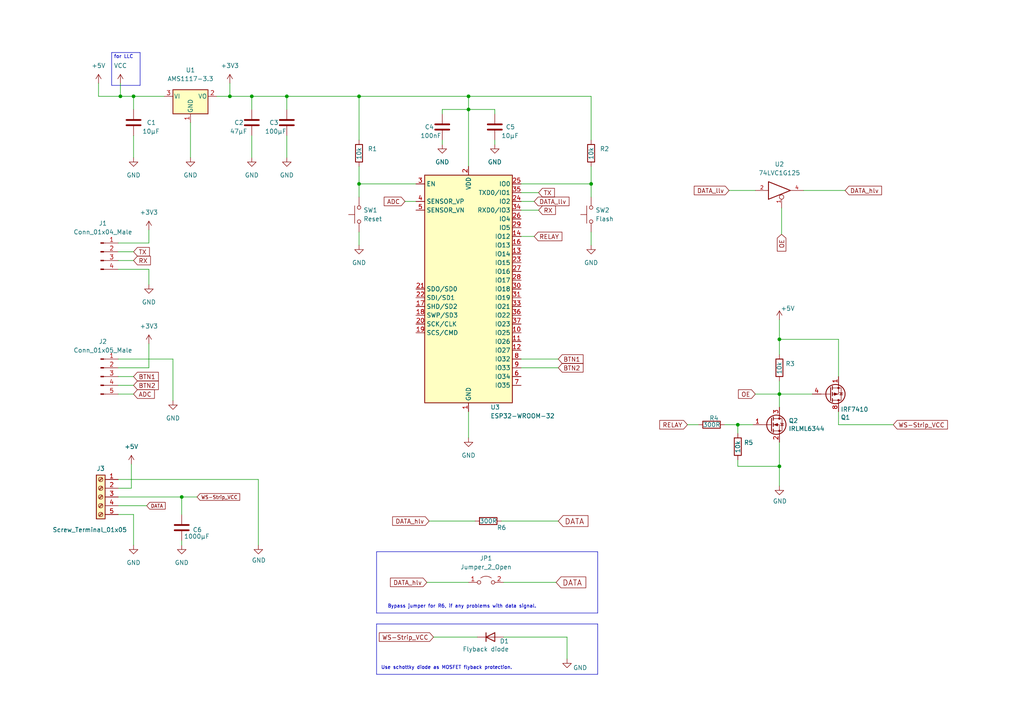
<source format=kicad_sch>
(kicad_sch (version 20230121) (generator eeschema)
  (paper "A4")
  (lib_symbols
    (symbol "74xGxx:74LVC1G125" (pin_names (offset 1.016))
      (property "Reference" "U" (at -2.54 3.81 0))
      (property "Value" "74LVC1G125" (at 0 -3.81 0))
      (symbol "74LVC1G125_0_1"
        (polyline (pts (xy -3.81 2.54) (xy -3.81 -2.54) (xy 2.54 0) (xy -3.81 2.54)) (stroke (width 0.254)))
      )
      (symbol "74LVC1G125_1_1"
        (pin input inverted (at 0 5.08 270) (length 3.81) (name "~") (number "1"))
        (pin input line (at -7.62 0 0) (length 3.81) (name "~") (number "2"))
        (pin power_in line (at 1.27 -1.27 270) (length 0) hide (name "GND") (number "3"))
        (pin tri_state line (at 6.35 0 180) (length 3.81) (name "~") (number "4"))
        (pin power_in line (at 1.27 1.27 90) (length 0) hide (name "VCC") (number "5"))
      )
    )
    (symbol "Connector:Conn_01x04_Male" (pin_names (offset 1.016) hide)
      (property "Reference" "J" (at 0 5.08 0))
      (property "Value" "Conn_01x04_Male" (at 0 -7.62 0))
      (symbol "Conn_01x04_Male_1_1"
        (polyline (pts (xy 1.27 -5.08) (xy 0.8636 -5.08)) (stroke (width 0.1524)))
        (polyline (pts (xy 1.27 -2.54) (xy 0.8636 -2.54)) (stroke (width 0.1524)))
        (polyline (pts (xy 1.27 0) (xy 0.8636 0)) (stroke (width 0.1524)))
        (polyline (pts (xy 1.27 2.54) (xy 0.8636 2.54)) (stroke (width 0.1524)))
        (rectangle (start 0.8636 -4.953) (end 0 -5.207) (stroke (width 0.1524)) (fill (type outline)))
        (rectangle (start 0.8636 -2.413) (end 0 -2.667) (stroke (width 0.1524)) (fill (type outline)))
        (rectangle (start 0.8636 0.127) (end 0 -0.127) (stroke (width 0.1524)) (fill (type outline)))
        (rectangle (start 0.8636 2.667) (end 0 2.413) (stroke (width 0.1524)) (fill (type outline)))
        (pin passive line (at 5.08 2.54 180) (length 3.81) (name "Pin_1") (number "1"))
        (pin passive line (at 5.08 0 180) (length 3.81) (name "Pin_2") (number "2"))
        (pin passive line (at 5.08 -2.54 180) (length 3.81) (name "Pin_3") (number "3"))
        (pin passive line (at 5.08 -5.08 180) (length 3.81) (name "Pin_4") (number "4"))
      )
    )
    (symbol "Connector:Conn_01x05_Male" (pin_names (offset 1.016) hide)
      (property "Reference" "J" (at 0 7.62 0))
      (property "Value" "Conn_01x05_Male" (at 0 -7.62 0))
      (symbol "Conn_01x05_Male_1_1"
        (polyline (pts (xy 1.27 -5.08) (xy 0.8636 -5.08)) (stroke (width 0.1524)))
        (polyline (pts (xy 1.27 -2.54) (xy 0.8636 -2.54)) (stroke (width 0.1524)))
        (polyline (pts (xy 1.27 0) (xy 0.8636 0)) (stroke (width 0.1524)))
        (polyline (pts (xy 1.27 2.54) (xy 0.8636 2.54)) (stroke (width 0.1524)))
        (polyline (pts (xy 1.27 5.08) (xy 0.8636 5.08)) (stroke (width 0.1524)))
        (rectangle (start 0.8636 -4.953) (end 0 -5.207) (stroke (width 0.1524)) (fill (type outline)))
        (rectangle (start 0.8636 -2.413) (end 0 -2.667) (stroke (width 0.1524)) (fill (type outline)))
        (rectangle (start 0.8636 0.127) (end 0 -0.127) (stroke (width 0.1524)) (fill (type outline)))
        (rectangle (start 0.8636 2.667) (end 0 2.413) (stroke (width 0.1524)) (fill (type outline)))
        (rectangle (start 0.8636 5.207) (end 0 4.953) (stroke (width 0.1524)) (fill (type outline)))
        (pin passive line (at 5.08 5.08 180) (length 3.81) (name "Pin_1") (number "1"))
        (pin passive line (at 5.08 2.54 180) (length 3.81) (name "Pin_2") (number "2"))
        (pin passive line (at 5.08 0 180) (length 3.81) (name "Pin_3") (number "3"))
        (pin passive line (at 5.08 -2.54 180) (length 3.81) (name "Pin_4") (number "4"))
        (pin passive line (at 5.08 -5.08 180) (length 3.81) (name "Pin_5") (number "5"))
      )
    )
    (symbol "Connector:Screw_Terminal_01x05" (pin_names (offset 1.016) hide)
      (property "Reference" "J" (at 0 7.62 0))
      (property "Value" "Screw_Terminal_01x05" (at 0 -7.62 0))
      (symbol "Screw_Terminal_01x05_1_1"
        (rectangle (start -1.27 6.35) (end 1.27 -6.35) (stroke (width 0.254)) (fill (type background)))
        (circle (center 0 -5.08) (radius 0.635) (stroke (width 0.1524)))
        (circle (center 0 -2.54) (radius 0.635) (stroke (width 0.1524)))
        (polyline (pts (xy -0.5334 -4.7498) (xy 0.3302 -5.588)) (stroke (width 0.1524)))
        (polyline (pts (xy -0.5334 -2.2098) (xy 0.3302 -3.048)) (stroke (width 0.1524)))
        (polyline (pts (xy -0.5334 0.3302) (xy 0.3302 -0.508)) (stroke (width 0.1524)))
        (polyline (pts (xy -0.5334 2.8702) (xy 0.3302 2.032)) (stroke (width 0.1524)))
        (polyline (pts (xy -0.5334 5.4102) (xy 0.3302 4.572)) (stroke (width 0.1524)))
        (polyline (pts (xy -0.3556 -4.572) (xy 0.508 -5.4102)) (stroke (width 0.1524)))
        (polyline (pts (xy -0.3556 -2.032) (xy 0.508 -2.8702)) (stroke (width 0.1524)))
        (polyline (pts (xy -0.3556 0.508) (xy 0.508 -0.3302)) (stroke (width 0.1524)))
        (polyline (pts (xy -0.3556 3.048) (xy 0.508 2.2098)) (stroke (width 0.1524)))
        (polyline (pts (xy -0.3556 5.588) (xy 0.508 4.7498)) (stroke (width 0.1524)))
        (circle (center 0 0) (radius 0.635) (stroke (width 0.1524)))
        (circle (center 0 2.54) (radius 0.635) (stroke (width 0.1524)))
        (circle (center 0 5.08) (radius 0.635) (stroke (width 0.1524)))
        (pin passive line (at -5.08 5.08 0) (length 3.81) (name "Pin_1") (number "1"))
        (pin passive line (at -5.08 2.54 0) (length 3.81) (name "Pin_2") (number "2"))
        (pin passive line (at -5.08 0 0) (length 3.81) (name "Pin_3") (number "3"))
        (pin passive line (at -5.08 -2.54 0) (length 3.81) (name "Pin_4") (number "4"))
        (pin passive line (at -5.08 -5.08 0) (length 3.81) (name "Pin_5") (number "5"))
      )
    )
    (symbol "Device:C" (pin_numbers hide) (pin_names (offset 0.254))
      (property "Reference" "C" (at 0.635 2.54 0))
      (property "Value" "C" (at 0.635 -2.54 0))
      (symbol "C_0_1"
        (polyline (pts (xy -2.032 -0.762) (xy 2.032 -0.762)) (stroke (width 0.508)))
        (polyline (pts (xy -2.032 0.762) (xy 2.032 0.762)) (stroke (width 0.508)))
      )
      (symbol "C_1_1"
        (pin passive line (at 0 3.81 270) (length 2.794) (name "~") (number "1"))
        (pin passive line (at 0 -3.81 90) (length 2.794) (name "~") (number "2"))
      )
    )
    (symbol "Device:D" (pin_numbers hide) (pin_names (offset 1.016) hide)
      (property "Reference" "D" (at 0 2.54 0))
      (property "Value" "D" (at 0 -2.54 0))
      (symbol "D_0_1"
        (polyline (pts (xy -1.27 1.27) (xy -1.27 -1.27)) (stroke (width 0.254)))
        (polyline (pts (xy 1.27 0) (xy -1.27 0)))
        (polyline (pts (xy 1.27 1.27) (xy 1.27 -1.27) (xy -1.27 0) (xy 1.27 1.27)) (stroke (width 0.254)))
      )
      (symbol "D_1_1"
        (pin passive line (at -3.81 0 0) (length 2.54) (name "K") (number "1"))
        (pin passive line (at 3.81 0 180) (length 2.54) (name "A") (number "2"))
      )
    )
    (symbol "Device:R" (pin_numbers hide) (pin_names (offset 0))
      (property "Reference" "R" (at 2.032 0 90))
      (property "Value" "R" (at 0 0 90))
      (symbol "R_0_1"
        (rectangle (start -1.016 -2.54) (end 1.016 2.54) (stroke (width 0.254)))
      )
      (symbol "R_1_1"
        (pin passive line (at 0 3.81 270) (length 1.27) (name "~") (number "1"))
        (pin passive line (at 0 -3.81 90) (length 1.27) (name "~") (number "2"))
      )
    )
    (symbol "Jumper:Jumper_2_Open" (pin_names (offset 0) hide)
      (property "Reference" "JP" (at 0 2.794 0))
      (property "Value" "Jumper_2_Open" (at 0 -2.286 0))
      (symbol "Jumper_2_Open_0_0"
        (circle (center -2.032 0) (radius 0.508))
        (circle (center 2.032 0) (radius 0.508))
      )
      (symbol "Jumper_2_Open_0_1"
        (arc (start 1.524 1.27) (mid 0 1.778) (end -1.524 1.27))
      )
      (symbol "Jumper_2_Open_1_1"
        (pin passive line (at -5.08 0 0) (length 2.54) (name "A") (number "1"))
        (pin passive line (at 5.08 0 180) (length 2.54) (name "B") (number "2"))
      )
    )
    (symbol "RF_Module:ESP32-WROOM-32"
      (property "Reference" "U" (at -12.7 34.29 0))
      (property "Value" "ESP32-WROOM-32" (at 1.27 34.29 0))
      (symbol "ESP32-WROOM-32_0_1"
        (rectangle (start -12.7 33.02) (end 12.7 -33.02) (stroke (width 0.254)) (fill (type background)))
      )
      (symbol "ESP32-WROOM-32_1_1"
        (pin power_in line (at 0 -35.56 90) (length 2.54) (name "GND") (number "1"))
        (pin bidirectional line (at 15.24 -12.7 180) (length 2.54) (name "IO25") (number "10"))
        (pin bidirectional line (at 15.24 -15.24 180) (length 2.54) (name "IO26") (number "11"))
        (pin bidirectional line (at 15.24 -17.78 180) (length 2.54) (name "IO27") (number "12"))
        (pin bidirectional line (at 15.24 10.16 180) (length 2.54) (name "IO14") (number "13"))
        (pin bidirectional line (at 15.24 15.24 180) (length 2.54) (name "IO12") (number "14"))
        (pin passive line (at 0 -35.56 90) (length 2.54) hide (name "GND") (number "15"))
        (pin bidirectional line (at 15.24 12.7 180) (length 2.54) (name "IO13") (number "16"))
        (pin bidirectional line (at -15.24 -5.08 0) (length 2.54) (name "SHD/SD2") (number "17"))
        (pin bidirectional line (at -15.24 -7.62 0) (length 2.54) (name "SWP/SD3") (number "18"))
        (pin bidirectional line (at -15.24 -12.7 0) (length 2.54) (name "SCS/CMD") (number "19"))
        (pin power_in line (at 0 35.56 270) (length 2.54) (name "VDD") (number "2"))
        (pin bidirectional line (at -15.24 -10.16 0) (length 2.54) (name "SCK/CLK") (number "20"))
        (pin bidirectional line (at -15.24 0 0) (length 2.54) (name "SDO/SD0") (number "21"))
        (pin bidirectional line (at -15.24 -2.54 0) (length 2.54) (name "SDI/SD1") (number "22"))
        (pin bidirectional line (at 15.24 7.62 180) (length 2.54) (name "IO15") (number "23"))
        (pin bidirectional line (at 15.24 25.4 180) (length 2.54) (name "IO2") (number "24"))
        (pin bidirectional line (at 15.24 30.48 180) (length 2.54) (name "IO0") (number "25"))
        (pin bidirectional line (at 15.24 20.32 180) (length 2.54) (name "IO4") (number "26"))
        (pin bidirectional line (at 15.24 5.08 180) (length 2.54) (name "IO16") (number "27"))
        (pin bidirectional line (at 15.24 2.54 180) (length 2.54) (name "IO17") (number "28"))
        (pin bidirectional line (at 15.24 17.78 180) (length 2.54) (name "IO5") (number "29"))
        (pin input line (at -15.24 30.48 0) (length 2.54) (name "EN") (number "3"))
        (pin bidirectional line (at 15.24 0 180) (length 2.54) (name "IO18") (number "30"))
        (pin bidirectional line (at 15.24 -2.54 180) (length 2.54) (name "IO19") (number "31"))
        (pin no_connect line (at -12.7 -27.94 0) (length 2.54) hide (name "NC") (number "32"))
        (pin bidirectional line (at 15.24 -5.08 180) (length 2.54) (name "IO21") (number "33"))
        (pin bidirectional line (at 15.24 22.86 180) (length 2.54) (name "RXD0/IO3") (number "34"))
        (pin bidirectional line (at 15.24 27.94 180) (length 2.54) (name "TXD0/IO1") (number "35"))
        (pin bidirectional line (at 15.24 -7.62 180) (length 2.54) (name "IO22") (number "36"))
        (pin bidirectional line (at 15.24 -10.16 180) (length 2.54) (name "IO23") (number "37"))
        (pin passive line (at 0 -35.56 90) (length 2.54) hide (name "GND") (number "38"))
        (pin passive line (at 0 -35.56 90) (length 2.54) hide (name "GND") (number "39"))
        (pin input line (at -15.24 25.4 0) (length 2.54) (name "SENSOR_VP") (number "4"))
        (pin input line (at -15.24 22.86 0) (length 2.54) (name "SENSOR_VN") (number "5"))
        (pin input line (at 15.24 -25.4 180) (length 2.54) (name "IO34") (number "6"))
        (pin input line (at 15.24 -27.94 180) (length 2.54) (name "IO35") (number "7"))
        (pin bidirectional line (at 15.24 -20.32 180) (length 2.54) (name "IO32") (number "8"))
        (pin bidirectional line (at 15.24 -22.86 180) (length 2.54) (name "IO33") (number "9"))
      )
    )
    (symbol "Regulator_Linear:AMS1117-3.3" (pin_names (offset 0.254))
      (property "Reference" "U" (at -3.81 3.175 0))
      (property "Value" "AMS1117-3.3" (at 0 3.175 0))
      (symbol "AMS1117-3.3_0_1"
        (rectangle (start -5.08 -5.08) (end 5.08 1.905) (stroke (width 0.254)) (fill (type background)))
      )
      (symbol "AMS1117-3.3_1_1"
        (pin power_in line (at 0 -7.62 90) (length 2.54) (name "GND") (number "1"))
        (pin power_out line (at 7.62 0 180) (length 2.54) (name "VO") (number "2"))
        (pin power_in line (at -7.62 0 0) (length 2.54) (name "VI") (number "3"))
      )
    )
    (symbol "Switch:SW_Push" (pin_numbers hide) (pin_names (offset 1.016) hide)
      (property "Reference" "SW" (at 1.27 2.54 0))
      (property "Value" "SW_Push" (at 0 -1.524 0))
      (symbol "SW_Push_0_1"
        (circle (center -2.032 0) (radius 0.508))
        (polyline (pts (xy 0 1.27) (xy 0 3.048)))
        (polyline (pts (xy 2.54 1.27) (xy -2.54 1.27)))
        (circle (center 2.032 0) (radius 0.508))
        (pin passive line (at -5.08 0 0) (length 2.54) (name "1") (number "1"))
        (pin passive line (at 5.08 0 180) (length 2.54) (name "2") (number "2"))
      )
    )
    (symbol "Transistor_FET:IRF7404" (pin_names hide)
      (property "Reference" "Q" (at 5.08 1.905 0))
      (property "Value" "IRF7404" (at 5.08 0 0))
      (symbol "IRF7404_0_1"
        (polyline (pts (xy 0.254 0) (xy -2.54 0)))
        (polyline (pts (xy 0.254 1.905) (xy 0.254 -1.905)) (stroke (width 0.254)))
        (polyline (pts (xy 0.762 -1.27) (xy 0.762 -2.286)) (stroke (width 0.254)))
        (polyline (pts (xy 0.762 0.508) (xy 0.762 -0.508)) (stroke (width 0.254)))
        (polyline (pts (xy 0.762 2.286) (xy 0.762 1.27)) (stroke (width 0.254)))
        (polyline (pts (xy 2.54 2.54) (xy 2.54 1.778)))
        (polyline (pts (xy 2.54 -2.54) (xy 2.54 0) (xy 0.762 0)))
        (polyline (pts (xy 0.762 1.778) (xy 3.302 1.778) (xy 3.302 -1.778) (xy 0.762 -1.778)))
        (polyline (pts (xy 2.286 0) (xy 1.27 0.381) (xy 1.27 -0.381) (xy 2.286 0)) (fill (type outline)))
        (polyline (pts (xy 2.794 -0.508) (xy 2.921 -0.381) (xy 3.683 -0.381) (xy 3.81 -0.254)))
        (polyline (pts (xy 3.302 -0.381) (xy 2.921 0.254) (xy 3.683 0.254) (xy 3.302 -0.381)))
        (circle (center 1.651 0) (radius 2.794) (stroke (width 0.254)))
        (circle (center 2.54 -1.778) (radius 0.254) (fill (type outline)))
        (circle (center 2.54 1.778) (radius 0.254) (fill (type outline)))
      )
      (symbol "IRF7404_1_1"
        (pin passive line (at 2.54 -5.08 90) (length 2.54) (name "S") (number "1"))
        (pin passive line (at 2.54 -5.08 90) (length 2.54) hide (name "S") (number "2"))
        (pin passive line (at 2.54 -5.08 90) (length 2.54) hide (name "S") (number "3"))
        (pin passive line (at -5.08 0 0) (length 2.54) (name "G") (number "4"))
        (pin passive line (at 2.54 5.08 270) (length 2.54) hide (name "D") (number "5"))
        (pin passive line (at 2.54 5.08 270) (length 2.54) hide (name "D") (number "6"))
        (pin passive line (at 2.54 5.08 270) (length 2.54) hide (name "D") (number "7"))
        (pin passive line (at 2.54 5.08 270) (length 2.54) (name "D") (number "8"))
      )
    )
    (symbol "Transistor_FET:TSM2302CX" (pin_names hide)
      (property "Reference" "Q" (at 5.08 1.905 0))
      (property "Value" "TSM2302CX" (at 5.08 0 0))
      (symbol "TSM2302CX_0_1"
        (polyline (pts (xy 0.254 0) (xy -2.54 0)))
        (polyline (pts (xy 0.254 1.905) (xy 0.254 -1.905)) (stroke (width 0.254)))
        (polyline (pts (xy 0.762 -1.27) (xy 0.762 -2.286)) (stroke (width 0.254)))
        (polyline (pts (xy 0.762 0.508) (xy 0.762 -0.508)) (stroke (width 0.254)))
        (polyline (pts (xy 0.762 2.286) (xy 0.762 1.27)) (stroke (width 0.254)))
        (polyline (pts (xy 2.54 2.54) (xy 2.54 1.778)))
        (polyline (pts (xy 2.54 -2.54) (xy 2.54 0) (xy 0.762 0)))
        (polyline (pts (xy 0.762 -1.778) (xy 3.302 -1.778) (xy 3.302 1.778) (xy 0.762 1.778)))
        (polyline (pts (xy 1.016 0) (xy 2.032 0.381) (xy 2.032 -0.381) (xy 1.016 0)) (fill (type outline)))
        (polyline (pts (xy 2.794 0.508) (xy 2.921 0.381) (xy 3.683 0.381) (xy 3.81 0.254)))
        (polyline (pts (xy 3.302 0.381) (xy 2.921 -0.254) (xy 3.683 -0.254) (xy 3.302 0.381)))
        (circle (center 1.651 0) (radius 2.794) (stroke (width 0.254)))
        (circle (center 2.54 -1.778) (radius 0.254) (fill (type outline)))
        (circle (center 2.54 1.778) (radius 0.254) (fill (type outline)))
      )
      (symbol "TSM2302CX_1_1"
        (pin input line (at -5.08 0 0) (length 2.54) (name "G") (number "1"))
        (pin passive line (at 2.54 -5.08 90) (length 2.54) (name "S") (number "2"))
        (pin passive line (at 2.54 5.08 270) (length 2.54) (name "D") (number "3"))
      )
    )
    (symbol "power:+3.3V" (power) (pin_names (offset 0))
      (property "Value" "+3.3V" (at 0 3.556 0))
      (symbol "+3.3V_0_1"
        (polyline (pts (xy -0.762 1.27) (xy 0 2.54)))
        (polyline (pts (xy 0 0) (xy 0 2.54)))
        (polyline (pts (xy 0 2.54) (xy 0.762 1.27)))
      )
      (symbol "+3.3V_1_1"
        (pin power_in line (at 0 0 90) (length 0) hide (name "+3V3") (number "1"))
      )
    )
    (symbol "power:+5V" (power) (pin_names (offset 0))
      (property "Value" "+5V" (at 0 3.556 0))
      (symbol "+5V_0_1"
        (polyline (pts (xy -0.762 1.27) (xy 0 2.54)))
        (polyline (pts (xy 0 0) (xy 0 2.54)))
        (polyline (pts (xy 0 2.54) (xy 0.762 1.27)))
      )
      (symbol "+5V_1_1"
        (pin power_in line (at 0 0 90) (length 0) hide (name "+5V") (number "1"))
      )
    )
    (symbol "power:GND" (power) (pin_names (offset 0))
      (property "Value" "GND" (at 0 -3.81 0))
      (symbol "GND_0_1"
        (polyline (pts (xy 0 0) (xy 0 -1.27) (xy 1.27 -1.27) (xy 0 -2.54) (xy -1.27 -1.27) (xy 0 -1.27)))
      )
      (symbol "GND_1_1"
        (pin power_in line (at 0 0 270) (length 0) hide (name "GND") (number "1"))
      )
    )
    (symbol "power:VCC" (power) (pin_names (offset 0))
      (property "Value" "VCC" (at 0 3.81 0))
      (symbol "VCC_0_1"
        (polyline (pts (xy -0.762 1.27) (xy 0 2.54)))
        (polyline (pts (xy 0 0) (xy 0 2.54)))
        (polyline (pts (xy 0 2.54) (xy 0.762 1.27)))
      )
      (symbol "VCC_1_1"
        (pin power_in line (at 0 0 90) (length 0) hide (name "VCC") (number "1"))
      )
    )
  )
  (junction (at 213.995 123.19))
  (junction (at 104.14 27.94))
  (junction (at 38.735 27.94))
  (junction (at 226.06 98.425))
  (junction (at 52.705 144.145))
  (junction (at 83.185 27.94))
  (junction (at 104.14 53.34))
  (junction (at 135.89 31.75))
  (junction (at 171.45 53.34))
  (junction (at 135.89 27.94))
  (junction (at 226.06 135.255))
  (junction (at 66.675 27.94))
  (junction (at 73.025 27.94))
  (junction (at 34.925 27.94))
  (junction (at 226.06 114.3))
  (wire (pts (xy 104.14 27.94) (xy 135.89 27.94)))
  (wire (pts (xy 34.29 149.225) (xy 38.735 149.225)))
  (wire (pts (xy 34.29 141.605) (xy 38.1 141.605)))
  (wire (pts (xy 38.735 149.225) (xy 38.735 158.115)))
  (wire (pts (xy 128.27 40.64) (xy 128.27 41.91)))
  (wire (pts (xy 66.675 24.13) (xy 66.675 27.94)))
  (wire (pts (xy 243.205 123.19) (xy 259.08 123.19)))
  (wire (pts (xy 243.205 98.425) (xy 243.205 109.22)))
  (polyline (pts (xy 109.22 195.58) (xy 109.22 180.975)))
  (wire (pts (xy 171.45 67.31) (xy 171.45 71.12)))
  (wire (pts (xy 128.27 33.02) (xy 128.27 31.75)))
  (polyline (pts (xy 173.355 177.8) (xy 109.22 177.8)))
  (polyline (pts (xy 109.22 180.975) (xy 173.355 180.975)))
  (wire (pts (xy 55.245 35.56) (xy 55.245 45.72)))
  (wire (pts (xy 62.865 27.94) (xy 66.675 27.94)))
  (wire (pts (xy 143.51 31.75) (xy 135.89 31.75)))
  (wire (pts (xy 50.165 116.205) (xy 50.165 104.14)))
  (wire (pts (xy 226.06 110.49) (xy 226.06 114.3)))
  (polyline (pts (xy 109.22 160.02) (xy 173.355 160.02)))
  (wire (pts (xy 243.205 119.38) (xy 243.205 123.19)))
  (wire (pts (xy 43.18 70.485) (xy 34.29 70.485)))
  (wire (pts (xy 43.18 99.695) (xy 43.18 106.68)))
  (wire (pts (xy 34.29 114.3) (xy 38.735 114.3)))
  (wire (pts (xy 34.29 139.065) (xy 74.93 139.065)))
  (wire (pts (xy 73.025 39.37) (xy 73.025 45.72)))
  (wire (pts (xy 226.06 114.3) (xy 226.06 118.11)))
  (wire (pts (xy 135.89 27.94) (xy 135.89 31.75)))
  (wire (pts (xy 151.13 58.42) (xy 154.94 58.42)))
  (wire (pts (xy 128.27 31.75) (xy 135.89 31.75)))
  (wire (pts (xy 38.735 27.94) (xy 38.735 31.75)))
  (wire (pts (xy 104.14 48.26) (xy 104.14 53.34)))
  (wire (pts (xy 199.39 123.19) (xy 202.565 123.19)))
  (wire (pts (xy 74.93 139.065) (xy 74.93 158.115)))
  (wire (pts (xy 151.13 106.68) (xy 161.925 106.68)))
  (wire (pts (xy 226.06 98.425) (xy 243.205 98.425)))
  (wire (pts (xy 151.13 104.14) (xy 161.925 104.14)))
  (polyline (pts (xy 32.385 15.24) (xy 32.385 24.765)))
  (wire (pts (xy 83.185 39.37) (xy 83.185 45.72)))
  (wire (pts (xy 213.995 133.35) (xy 213.995 135.255)))
  (wire (pts (xy 123.825 168.91) (xy 135.89 168.91)))
  (wire (pts (xy 143.51 33.02) (xy 143.51 31.75)))
  (wire (pts (xy 120.65 53.34) (xy 104.14 53.34)))
  (polyline (pts (xy 40.64 24.765) (xy 40.64 15.24)))
  (wire (pts (xy 226.06 114.3) (xy 235.585 114.3)))
  (wire (pts (xy 34.29 111.76) (xy 38.735 111.76)))
  (wire (pts (xy 146.05 168.91) (xy 161.29 168.91)))
  (wire (pts (xy 104.14 27.94) (xy 104.14 40.64)))
  (polyline (pts (xy 32.385 24.765) (xy 40.64 24.765)))
  (wire (pts (xy 164.465 184.785) (xy 146.05 184.785)))
  (wire (pts (xy 117.475 58.42) (xy 120.65 58.42)))
  (wire (pts (xy 135.89 27.94) (xy 171.45 27.94)))
  (wire (pts (xy 73.025 27.94) (xy 73.025 31.75)))
  (wire (pts (xy 151.13 53.34) (xy 171.45 53.34)))
  (wire (pts (xy 145.415 151.13) (xy 161.925 151.13)))
  (wire (pts (xy 226.06 102.87) (xy 226.06 98.425)))
  (wire (pts (xy 226.06 135.255) (xy 226.06 128.27)))
  (wire (pts (xy 73.025 27.94) (xy 83.185 27.94)))
  (wire (pts (xy 73.025 27.94) (xy 66.675 27.94)))
  (wire (pts (xy 210.185 123.19) (xy 213.995 123.19)))
  (wire (pts (xy 125.73 184.785) (xy 138.43 184.785)))
  (wire (pts (xy 38.1 134.62) (xy 38.1 141.605)))
  (polyline (pts (xy 173.355 180.975) (xy 173.355 195.58)))
  (wire (pts (xy 38.735 39.37) (xy 38.735 45.72)))
  (wire (pts (xy 211.455 55.245) (xy 219.075 55.245)))
  (wire (pts (xy 151.13 60.96) (xy 156.21 60.96)))
  (wire (pts (xy 233.045 55.245) (xy 245.11 55.245)))
  (wire (pts (xy 43.18 106.68) (xy 34.29 106.68)))
  (wire (pts (xy 50.165 104.14) (xy 34.29 104.14)))
  (wire (pts (xy 151.13 68.58) (xy 154.94 68.58)))
  (wire (pts (xy 43.18 66.675) (xy 43.18 70.485)))
  (polyline (pts (xy 173.355 195.58) (xy 109.22 195.58)))
  (wire (pts (xy 34.925 27.94) (xy 38.735 27.94)))
  (wire (pts (xy 83.185 27.94) (xy 104.14 27.94)))
  (wire (pts (xy 171.45 27.94) (xy 171.45 40.64)))
  (wire (pts (xy 34.29 75.565) (xy 38.735 75.565)))
  (wire (pts (xy 226.06 140.97) (xy 226.06 135.255)))
  (wire (pts (xy 52.705 144.145) (xy 52.705 149.225)))
  (wire (pts (xy 151.13 55.88) (xy 156.21 55.88)))
  (wire (pts (xy 213.995 125.73) (xy 213.995 123.19)))
  (wire (pts (xy 28.575 27.94) (xy 34.925 27.94)))
  (wire (pts (xy 34.925 24.13) (xy 34.925 27.94)))
  (wire (pts (xy 34.29 73.025) (xy 38.735 73.025)))
  (wire (pts (xy 213.995 135.255) (xy 226.06 135.255)))
  (wire (pts (xy 143.51 40.64) (xy 143.51 41.91)))
  (wire (pts (xy 104.14 53.34) (xy 104.14 57.15)))
  (polyline (pts (xy 109.22 160.02) (xy 109.22 177.8)))
  (wire (pts (xy 34.29 109.22) (xy 38.735 109.22)))
  (wire (pts (xy 124.46 151.13) (xy 137.795 151.13)))
  (wire (pts (xy 171.45 53.34) (xy 171.45 57.15)))
  (wire (pts (xy 38.735 27.94) (xy 47.625 27.94)))
  (wire (pts (xy 164.465 184.785) (xy 164.465 191.135)))
  (polyline (pts (xy 173.355 160.02) (xy 173.355 177.8)))
  (wire (pts (xy 34.29 146.685) (xy 42.545 146.685)))
  (wire (pts (xy 52.705 144.145) (xy 57.15 144.145)))
  (wire (pts (xy 171.45 48.26) (xy 171.45 53.34)))
  (wire (pts (xy 226.695 60.325) (xy 226.695 67.945)))
  (wire (pts (xy 226.06 92.71) (xy 226.06 98.425)))
  (wire (pts (xy 83.185 27.94) (xy 83.185 31.75)))
  (wire (pts (xy 104.14 67.31) (xy 104.14 71.12)))
  (wire (pts (xy 34.29 144.145) (xy 52.705 144.145)))
  (wire (pts (xy 219.075 114.3) (xy 226.06 114.3)))
  (wire (pts (xy 135.89 31.75) (xy 135.89 48.26)))
  (wire (pts (xy 28.575 24.13) (xy 28.575 27.94)))
  (wire (pts (xy 135.89 119.38) (xy 135.89 127)))
  (wire (pts (xy 43.18 82.55) (xy 43.18 78.105)))
  (polyline (pts (xy 32.385 15.24) (xy 40.64 15.24)))
  (wire (pts (xy 43.18 78.105) (xy 34.29 78.105)))
  (wire (pts (xy 52.705 156.845) (xy 52.705 158.115)))
  (wire (pts (xy 213.995 123.19) (xy 218.44 123.19)))
  (text "for LLC" (at 33.02 17.145 0) (effects (font (size 1 1)) (justify left bottom)))
  (text "Use schottky diode as MOSFET flyback protection.\n" (at 110.49 194.31 0) (effects (font (size 0.9906 0.9906)) (justify left bottom)))
  (text "Bypass jumper for R6, if any problems with data signal." (at 112.395 176.53 0) (effects (font (size 0.9906 0.9906)) (justify left bottom)))
  (global_label "ADC" (shape input) (at 117.475 58.42 180) (property "Intersheetrefs" "${INTERSHEET_REFS}" (effects hide)))
  (global_label "RELAY" (shape input) (at 199.39 123.19 180) (property "Intersheetrefs" "${INTERSHEET_REFS}" (effects hide)))
  (global_label "WS-Strip_VCC" (shape input) (at 259.08 123.19 0) (property "Intersheetrefs" "${INTERSHEET_REFS}" (effects hide)))
  (global_label "ADC" (shape input) (at 38.735 114.3 0) (property "Intersheetrefs" "${INTERSHEET_REFS}" (effects hide)))
  (global_label "DATA_hlv" (shape input) (at 124.46 151.13 180) (property "Intersheetrefs" "${INTERSHEET_REFS}" (effects hide)))
  (global_label "DATA_hlv" (shape input) (at 123.825 168.91 180) (property "Intersheetrefs" "${INTERSHEET_REFS}" (effects hide)))
  (global_label "OE" (shape input) (at 226.695 67.945 270) (property "Intersheetrefs" "${INTERSHEET_REFS}" (effects hide)))
  (global_label "BTN1" (shape input) (at 38.735 109.22 0) (property "Intersheetrefs" "${INTERSHEET_REFS}" (effects hide)))
  (global_label "RELAY" (shape input) (at 154.94 68.58 0) (property "Intersheetrefs" "${INTERSHEET_REFS}" (effects hide)))
  (global_label "WS-Strip_VCC" (shape input) (at 57.15 144.145 0) (effects (font (size 1 1))) (property "Intersheetrefs" "${INTERSHEET_REFS}" (effects hide)))
  (global_label "RX" (shape input) (at 38.735 75.565 0) (property "Intersheetrefs" "${INTERSHEET_REFS}" (effects hide)))
  (global_label "OE" (shape input) (at 219.075 114.3 180) (property "Intersheetrefs" "${INTERSHEET_REFS}" (effects hide)))
  (global_label "DATA_hlv" (shape input) (at 245.11 55.245 0) (property "Intersheetrefs" "${INTERSHEET_REFS}" (effects hide)))
  (global_label "DATA" (shape input) (at 161.29 168.91 0) (effects (font (size 1.6002 1.6002))) (property "Intersheetrefs" "${INTERSHEET_REFS}" (effects hide)))
  (global_label "DATA" (shape input) (at 42.545 146.685 0) (effects (font (size 1 1))) (property "Intersheetrefs" "${INTERSHEET_REFS}" (effects hide)))
  (global_label "BTN2" (shape input) (at 161.925 106.68 0) (property "Intersheetrefs" "${INTERSHEET_REFS}" (effects hide)))
  (global_label "DATA_llv" (shape input) (at 154.94 58.42 0) (property "Intersheetrefs" "${INTERSHEET_REFS}" (effects hide)))
  (global_label "BTN1" (shape input) (at 161.925 104.14 0) (property "Intersheetrefs" "${INTERSHEET_REFS}" (effects hide)))
  (global_label "DATA" (shape input) (at 161.925 151.13 0) (effects (font (size 1.6002 1.6002))) (property "Intersheetrefs" "${INTERSHEET_REFS}" (effects hide)))
  (global_label "DATA_llv" (shape input) (at 211.455 55.245 180) (property "Intersheetrefs" "${INTERSHEET_REFS}" (effects hide)))
  (global_label "BTN2" (shape input) (at 38.735 111.76 0) (property "Intersheetrefs" "${INTERSHEET_REFS}" (effects hide)))
  (global_label "TX" (shape input) (at 156.21 55.88 0) (property "Intersheetrefs" "${INTERSHEET_REFS}" (effects hide)))
  (global_label "TX" (shape input) (at 38.735 73.025 0) (property "Intersheetrefs" "${INTERSHEET_REFS}" (effects hide)))
  (global_label "WS-Strip_VCC" (shape input) (at 125.73 184.785 180) (property "Intersheetrefs" "${INTERSHEET_REFS}" (effects hide)))
  (global_label "RX" (shape input) (at 156.21 60.96 0) (property "Intersheetrefs" "${INTERSHEET_REFS}" (effects hide)))
  (symbol (lib_id "Device:R") (at 213.995 129.54 0) (unit 1)
    (property "Reference" "R5" (at 215.773 128.3716 0) (effects (justify left)))
    (property "Value" "10k" (at 213.995 131.445 90) (effects (justify left)))
    (property "Footprint" "Resistor_SMD:R_0805_2012Metric_Pad1.20x1.40mm_HandSolder" (effects hide))
    (property "LCSC" "C17414" (effects hide))
  )
  (symbol (lib_id "power:GND") (at 226.06 140.97 0) (unit 1)
    (property "Reference" "#PWR019" (effects hide))
    (property "Value" "GND" (at 226.187 145.3642 0))
  )
  (symbol (lib_id "power:VCC") (at 34.925 24.13 0) (unit 1)
    (property "Reference" "#PWR02" (effects hide))
    (property "Value" "VCC" (at 34.925 19.05 0))
  )
  (symbol (lib_id "power:GND") (at 171.45 71.12 0) (unit 1)
    (property "Reference" "#PWR012" (effects hide))
    (property "Value" "GND" (at 171.45 76.2 0))
  )
  (symbol (lib_id "power:GND") (at 43.18 82.55 0) (unit 1)
    (property "Reference" "#PWR013" (effects hide))
    (property "Value" "GND" (at 43.18 87.63 0))
  )
  (symbol (lib_id "power:GND") (at 104.14 71.12 0) (unit 1)
    (property "Reference" "#PWR011" (effects hide))
    (property "Value" "GND" (at 104.14 76.2 0))
  )
  (symbol (lib_id "power:GND") (at 55.245 45.72 0) (unit 1)
    (property "Reference" "#PWR07" (effects hide))
    (property "Value" "GND" (at 55.245 50.8 0))
  )
  (symbol (lib_id "Device:R") (at 206.375 123.19 270) (unit 1)
    (property "Reference" "R4" (at 205.74 121.285 90) (effects (justify left)))
    (property "Value" "300R" (at 203.835 123.19 90) (effects (justify left)))
    (property "Footprint" "Resistor_SMD:R_0805_2012Metric_Pad1.20x1.40mm_HandSolder" (effects hide))
    (property "LCSC" "C17617" (effects hide))
  )
  (symbol (lib_id "power:GND") (at 73.025 45.72 0) (unit 1)
    (property "Reference" "#PWR08" (effects hide))
    (property "Value" "GND" (at 73.025 50.8 0))
  )
  (symbol (lib_id "74xGxx:74LVC1G125") (at 226.695 55.245 0) (mirror x) (unit 1)
    (property "Reference" "U2" (at 226.06 47.625 0))
    (property "Value" "74LVC1G125" (at 226.06 50.165 0))
    (property "Footprint" "Package_TO_SOT_SMD:SOT-23-5_HandSoldering" (effects hide))
    (property "Datasheet" "http://www.ti.com/lit/sg/scyt129e/scyt129e.pdf" (effects hide))
    (property "LCSC" "C23654" (effects hide))
  )
  (symbol (lib_id "Connector:Conn_01x04_Male") (at 29.21 73.025 0) (unit 1) (in_bom no)
    (property "Reference" "J1" (at 29.845 64.77 0))
    (property "Value" "Conn_01x04_Male" (at 29.845 67.31 0))
    (property "Footprint" "Connector_PinSocket_2.54mm:PinSocket_1x04_P2.54mm_Vertical" (effects hide))
  )
  (symbol (lib_id "Device:C") (at 52.705 153.035 0) (unit 1) (in_bom no)
    (property "Reference" "C6" (at 55.88 153.67 0) (effects (justify left)))
    (property "Value" "1000µF" (at 53.34 155.575 0) (effects (justify left)))
    (property "Footprint" "Capacitor_THT:CP_Radial_D8.0mm_P3.50mm" (effects hide))
    (property "LCSC" "C189254" (effects hide))
  )
  (symbol (lib_id "power:GND") (at 74.93 158.115 0) (unit 1)
    (property "Reference" "#PWR022" (effects hide))
    (property "Value" "GND" (at 75.057 162.5092 0))
  )
  (symbol (lib_id "power:GND") (at 38.735 45.72 0) (unit 1)
    (property "Reference" "#PWR06" (effects hide))
    (property "Value" "GND" (at 38.735 50.8 0))
  )
  (symbol (lib_id "Device:R") (at 171.45 44.45 0) (unit 1)
    (property "Reference" "R2" (at 173.99 43.1799 0) (effects (justify left)))
    (property "Value" "10k" (at 171.45 46.355 90) (effects (justify left)))
    (property "Footprint" "Resistor_SMD:R_0805_2012Metric_Pad1.20x1.40mm_HandSolder" (effects hide))
    (property "LCSC" "C17414" (effects hide))
  )
  (symbol (lib_id "Transistor_FET:TSM2302CX") (at 223.52 123.19 0) (unit 1)
    (property "Reference" "Q2" (at 228.727 122.0216 0) (effects (justify left)))
    (property "Value" "IRLML6344" (at 228.727 124.333 0) (effects (justify left)))
    (property "Footprint" "Package_TO_SOT_SMD:SOT-23" (effects hide))
    (property "Datasheet" "https://cdn-reichelt.de/documents/datenblatt/A200/DS_IRLML6344-IR.pdf" (effects hide))
    (property "LCSC" "C53550" (effects hide))
  )
  (symbol (lib_id "power:GND") (at 50.165 116.205 0) (unit 1)
    (property "Reference" "#PWR016" (effects hide))
    (property "Value" "GND" (at 50.165 121.285 0))
  )
  (symbol (lib_id "power:+3.3V") (at 43.18 66.675 0) (unit 1)
    (property "Reference" "#PWR010" (effects hide))
    (property "Value" "+3.3V" (at 43.18 61.595 0))
  )
  (symbol (lib_id "power:GND") (at 135.89 127 0) (unit 1)
    (property "Reference" "#PWR017" (effects hide))
    (property "Value" "GND" (at 135.89 132.08 0))
  )
  (symbol (lib_id "RF_Module:ESP32-WROOM-32") (at 135.89 83.82 0) (unit 1)
    (property "Reference" "U3" (at 142.24 118.11 0) (effects (justify left)))
    (property "Value" "ESP32-WROOM-32" (at 142.24 120.65 0) (effects (justify left)))
    (property "Footprint" "RF_Module:ESP32-WROOM-32" (effects hide))
    (property "Datasheet" "https://www.espressif.com/sites/default/files/documentation/esp32-wroom-32_datasheet_en.pdf" (effects hide))
    (property "LCSC" "C82899" (effects hide))
  )
  (symbol (lib_id "Regulator_Linear:AMS1117-3.3") (at 55.245 27.94 0) (unit 1)
    (property "Reference" "U1" (at 55.245 20.32 0))
    (property "Value" "AMS1117-3.3" (at 55.245 22.86 0))
    (property "Footprint" "Package_TO_SOT_SMD:SOT-223-3_TabPin2" (effects hide))
    (property "Datasheet" "http://www.advanced-monolithic.com/pdf/ds1117.pdf" (effects hide))
    (property "LCSC" "C6186" (effects hide))
  )
  (symbol (lib_id "Device:R") (at 104.14 44.45 0) (unit 1)
    (property "Reference" "R1" (at 106.68 43.1799 0) (effects (justify left)))
    (property "Value" "10k" (at 104.14 46.355 90) (effects (justify left)))
    (property "Footprint" "Resistor_SMD:R_0805_2012Metric_Pad1.20x1.40mm_HandSolder" (effects hide))
    (property "LCSC" "C17414" (effects hide))
  )
  (symbol (lib_id "Device:R") (at 226.06 106.68 0) (unit 1)
    (property "Reference" "R3" (at 227.838 105.5116 0) (effects (justify left)))
    (property "Value" "10k" (at 226.06 108.585 90) (effects (justify left)))
    (property "Footprint" "Resistor_SMD:R_0805_2012Metric_Pad1.20x1.40mm_HandSolder" (effects hide))
    (property "LCSC" "C17414" (effects hide))
  )
  (symbol (lib_id "power:+5V") (at 38.1 134.62 0) (unit 1)
    (property "Reference" "#PWR018" (effects hide))
    (property "Value" "+5V" (at 38.1 129.54 0))
  )
  (symbol (lib_id "Switch:SW_Push") (at 171.45 62.23 90) (unit 1)
    (property "Reference" "SW2" (at 172.72 60.9599 90) (effects (justify right)))
    (property "Value" "Flash" (at 172.72 63.4999 90) (effects (justify right)))
    (property "Footprint" "custom_Footprints:SW_Push_SPST_NO_Alps_SKRK_handsolder" (effects hide))
    (property "LCSC" "C843669" (effects hide))
  )
  (symbol (lib_id "power:+5V") (at 28.575 24.13 0) (unit 1)
    (property "Reference" "#PWR01" (effects hide))
    (property "Value" "+5V" (at 28.575 19.05 0))
  )
  (symbol (lib_id "Device:C") (at 83.185 35.56 0) (unit 1) (in_bom no)
    (property "Reference" "C3" (at 78.105 35.56 0) (effects (justify left)))
    (property "Value" "100µF" (at 76.835 38.1 0) (effects (justify left)))
    (property "Footprint" "Capacitor_SMD:C_1206_3216Metric_Pad1.33x1.80mm_HandSolder" (effects hide))
    (property "LCSC" "C15008" (effects hide))
  )
  (symbol (lib_id "power:+3.3V") (at 43.18 99.695 0) (unit 1)
    (property "Reference" "#PWR015" (effects hide))
    (property "Value" "+3.3V" (at 43.18 94.615 0))
  )
  (symbol (lib_id "Jumper:Jumper_2_Open") (at 140.97 168.91 0) (unit 1)
    (property "Reference" "JP1" (at 140.97 161.925 0))
    (property "Value" "Jumper_2_Open" (at 140.97 164.465 0))
    (property "Footprint" "Jumper:SolderJumper-2_P1.3mm_Open_RoundedPad1.0x1.5mm" (effects hide))
  )
  (symbol (lib_id "power:+5V") (at 226.06 92.71 0) (unit 1)
    (property "Reference" "#PWR014" (effects hide))
    (property "Value" "+5V" (at 226.441 89.4588 0) (effects (justify left)))
  )
  (symbol (lib_id "Connector:Conn_01x05_Male") (at 29.21 109.22 0) (unit 1) (in_bom no)
    (property "Reference" "J2" (at 29.845 99.06 0))
    (property "Value" "Conn_01x05_Male" (at 29.845 101.6 0))
    (property "Footprint" "Connector_PinSocket_2.54mm:PinSocket_1x05_P2.54mm_Vertical" (effects hide))
  )
  (symbol (lib_id "power:GND") (at 83.185 45.72 0) (unit 1)
    (property "Reference" "#PWR09" (effects hide))
    (property "Value" "GND" (at 83.185 50.8 0))
  )
  (symbol (lib_id "Connector:Screw_Terminal_01x05") (at 29.21 144.145 0) (mirror y) (unit 1) (in_bom no)
    (property "Reference" "J3" (at 29.21 135.89 0))
    (property "Value" "Screw_Terminal_01x05" (at 26.035 153.67 0))
    (property "Footprint" "TerminalBlock:TerminalBlock_bornier-5_P5.08mm" (effects hide))
  )
  (symbol (lib_id "Switch:SW_Push") (at 104.14 62.23 90) (unit 1)
    (property "Reference" "SW1" (at 105.41 60.9599 90) (effects (justify right)))
    (property "Value" "Reset" (at 105.41 63.4999 90) (effects (justify right)))
    (property "Footprint" "custom_Footprints:SW_Push_SPST_NO_Alps_SKRK_handsolder" (effects hide))
    (property "LCSC" "C843669" (effects hide))
  )
  (symbol (lib_id "power:GND") (at 128.27 41.91 0) (unit 1)
    (property "Reference" "#PWR04" (effects hide))
    (property "Value" "GND" (at 128.27 46.99 0))
  )
  (symbol (lib_id "Device:R") (at 141.605 151.13 270) (unit 1)
    (property "Reference" "R6" (at 144.145 153.035 90) (effects (justify left)))
    (property "Value" "300R" (at 139.065 151.13 90) (effects (justify left)))
    (property "Footprint" "Resistor_SMD:R_0805_2012Metric_Pad1.20x1.40mm_HandSolder" (effects hide))
    (property "LCSC" "C17617" (effects hide))
  )
  (symbol (lib_id "power:GND") (at 143.51 41.91 0) (unit 1)
    (property "Reference" "#PWR05" (effects hide))
    (property "Value" "GND" (at 143.51 46.99 0))
  )
  (symbol (lib_id "Device:C") (at 128.27 36.83 0) (unit 1)
    (property "Reference" "C4" (at 123.19 36.83 0) (effects (justify left)))
    (property "Value" "100nF" (at 121.92 39.37 0) (effects (justify left)))
    (property "Footprint" "Capacitor_SMD:C_0805_2012Metric_Pad1.18x1.45mm_HandSolder" (effects hide))
    (property "LCSC" "C49678" (effects hide))
  )
  (symbol (lib_id "Device:D") (at 142.24 184.785 0) (unit 1)
    (property "Reference" "D1" (at 147.6375 185.9661 0) (effects (justify right)))
    (property "Value" "Flyback diode" (at 147.6375 188.2775 0) (effects (justify right)))
    (property "Footprint" "Diode_SMD:D_SMA_Handsoldering" (effects hide))
    (property "LCSC" "C2480" (effects hide))
  )
  (symbol (lib_id "Device:C") (at 143.51 36.83 0) (unit 1)
    (property "Reference" "C5" (at 146.685 36.83 0) (effects (justify left)))
    (property "Value" "10µF" (at 145.415 39.37 0) (effects (justify left)))
    (property "Footprint" "Capacitor_SMD:C_0805_2012Metric_Pad1.18x1.45mm_HandSolder" (effects hide))
    (property "LCSC" "C15850" (effects hide))
  )
  (symbol (lib_id "power:GND") (at 38.735 158.115 0) (unit 1)
    (property "Reference" "#PWR020" (effects hide))
    (property "Value" "GND" (at 38.735 163.195 0))
  )
  (symbol (lib_id "power:GND") (at 164.465 191.135 0) (unit 1)
    (property "Reference" "#PWR023" (effects hide))
    (property "Value" "GND" (at 168.275 193.675 0))
  )
  (symbol (lib_id "Transistor_FET:IRF7404") (at 240.665 114.3 0) (mirror x) (unit 1)
    (property "Reference" "Q1" (at 243.84 121.0564 0) (effects (justify left)))
    (property "Value" "IRF7410" (at 243.84 118.745 0) (effects (justify left)))
    (property "Footprint" "Package_SO:SOIC-8_3.9x4.9mm_P1.27mm" (effects hide))
    (property "Datasheet" "https://cdn-reichelt.de/documents/datenblatt/A200/DS_IRF7410.pdf" (effects hide))
    (property "LCSC" "C148144" (effects hide))
  )
  (symbol (lib_id "power:+3.3V") (at 66.675 24.13 0) (unit 1)
    (property "Reference" "#PWR03" (effects hide))
    (property "Value" "+3.3V" (at 66.675 19.05 0))
  )
  (symbol (lib_id "Device:C") (at 38.735 35.56 0) (unit 1)
    (property "Reference" "C1" (at 42.545 35.56 0) (effects (justify left)))
    (property "Value" "10µF" (at 41.275 38.1 0) (effects (justify left)))
    (property "Footprint" "Capacitor_SMD:C_0805_2012Metric_Pad1.18x1.45mm_HandSolder" (effects hide))
    (property "LCSC" "C15850" (effects hide))
  )
  (symbol (lib_id "Device:C") (at 73.025 35.56 0) (unit 1)
    (property "Reference" "C2" (at 67.945 35.56 0) (effects (justify left)))
    (property "Value" "47µF" (at 66.675 38.1 0) (effects (justify left)))
    (property "Footprint" "Capacitor_SMD:C_0805_2012Metric_Pad1.18x1.45mm_HandSolder" (effects hide))
    (property "LCSC" "C16780" (effects hide))
  )
  (symbol (lib_id "power:GND") (at 52.705 158.115 0) (unit 1)
    (property "Reference" "#PWR021" (effects hide))
    (property "Value" "GND" (at 52.705 163.195 0))
  )
)
</source>
